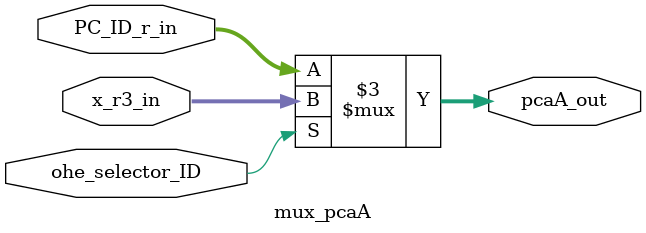
<source format=v>




`timescale 1ns/1ps

// module mux_pcaA : mux_pcaA
module mux_pcaA
  ( input                    ohe_selector_ID,
    input             [31:0] PC_ID_r_in, // addr
    input      signed [31:0] x_r3_in, // w32
    output reg signed [31:0] pcaA_out // w32
  );


  always @ (*)

  begin : p_mux_pcaA

    // pcaA_out = 32'sh0;

    // (pcaA_copy0_PC_ID_r_ID)
    // [ctrl.n:109][ctrl.n:160]
    pcaA_out = $signed(PC_ID_r_in);

    if (ohe_selector_ID) // (pcaA_copy0_x_r3_ID)
    begin
      // [ctrl.n:189](regX.n:89)
      pcaA_out = x_r3_in;
    end

  end

endmodule

</source>
